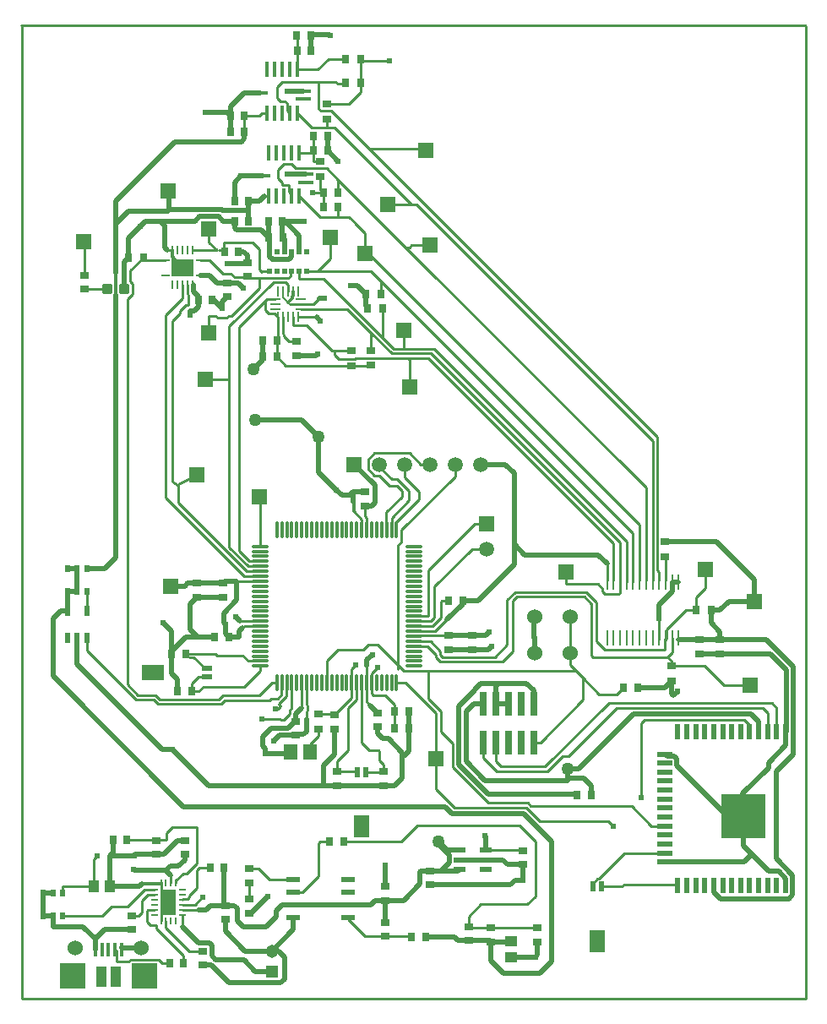
<source format=gtl>
G04 Layer_Physical_Order=1*
G04 Layer_Color=255*
%FSLAX25Y25*%
%MOIN*%
G70*
G01*
G75*
%ADD10R,0.06319X0.01575*%
%ADD11R,0.01378X0.06319*%
%ADD12R,0.02000X0.02752*%
%ADD13R,0.03543X0.02756*%
%ADD14R,0.02756X0.03543*%
%ADD15R,0.17323X0.17323*%
%ADD16R,0.05905X0.01968*%
%ADD17R,0.01968X0.05905*%
%ADD18R,0.03543X0.03150*%
%ADD19R,0.03150X0.03543*%
%ADD20R,0.06000X0.09000*%
%ADD21R,0.02000X0.04000*%
%ADD22R,0.09000X0.06000*%
%ADD23R,0.04000X0.02000*%
%ADD24R,0.00984X0.04134*%
%ADD25R,0.04134X0.00984*%
%ADD26R,0.02165X0.02362*%
%ADD27R,0.08976X0.07008*%
%ADD28R,0.01102X0.03347*%
%ADD29R,0.03347X0.01102*%
%ADD30R,0.02362X0.03937*%
%ADD31R,0.04724X0.02165*%
%ADD32R,0.05709X0.02362*%
%ADD33R,0.02756X0.00984*%
%ADD34R,0.00984X0.02756*%
%ADD35R,0.06496X0.10433*%
%ADD36R,0.00984X0.06102*%
%ADD37O,0.07283X0.01181*%
%ADD38O,0.01181X0.07283*%
%ADD39R,0.05512X0.05905*%
%ADD40R,0.03937X0.07874*%
%ADD41R,0.01575X0.05315*%
%ADD42R,0.02913X0.09449*%
G04:AMPARAMS|DCode=43|XSize=39.37mil|YSize=39.37mil|CornerRadius=5.91mil|HoleSize=0mil|Usage=FLASHONLY|Rotation=90.000|XOffset=0mil|YOffset=0mil|HoleType=Round|Shape=RoundedRectangle|*
%AMROUNDEDRECTD43*
21,1,0.03937,0.02756,0,0,90.0*
21,1,0.02756,0.03937,0,0,90.0*
1,1,0.01181,0.01378,0.01378*
1,1,0.01181,0.01378,-0.01378*
1,1,0.01181,-0.01378,-0.01378*
1,1,0.01181,-0.01378,0.01378*
%
%ADD43ROUNDEDRECTD43*%
%ADD44R,0.05118X0.03937*%
%ADD45R,0.03937X0.05118*%
%ADD46C,0.06000*%
%ADD47C,0.02000*%
%ADD48C,0.01000*%
%ADD49C,0.01200*%
%ADD50C,0.00800*%
%ADD51R,0.05905X0.05905*%
%ADD52C,0.05905*%
%ADD53R,0.09843X0.09843*%
%ADD54R,0.05150X0.05150*%
%ADD55C,0.05150*%
%ADD56R,0.05905X0.05905*%
%ADD57C,0.05000*%
%ADD58C,0.02400*%
%ADD59C,0.01968*%
D10*
X94847Y324411D02*
D03*
X111953Y321950D02*
D03*
Y325100D02*
D03*
X94047Y357211D02*
D03*
X111153Y354750D02*
D03*
Y357900D02*
D03*
D11*
X97495Y316547D02*
D03*
X100447D02*
D03*
X103400D02*
D03*
X106353D02*
D03*
X109306D02*
D03*
X97495Y333653D02*
D03*
X100447D02*
D03*
X103400D02*
D03*
X106353D02*
D03*
X109306D02*
D03*
X96694Y349347D02*
D03*
X99647D02*
D03*
X102600D02*
D03*
X105553D02*
D03*
X108505D02*
D03*
X96694Y366453D02*
D03*
X99647D02*
D03*
X102600D02*
D03*
X105553D02*
D03*
X108505D02*
D03*
D12*
X15940Y41677D02*
D03*
X12200D02*
D03*
X8460D02*
D03*
X15940Y32523D02*
D03*
X12200D02*
D03*
X8460D02*
D03*
X25540Y169677D02*
D03*
X21800D02*
D03*
X18060D02*
D03*
X25540Y160523D02*
D03*
X21800D02*
D03*
X18060D02*
D03*
D13*
X130100Y255453D02*
D03*
Y249547D02*
D03*
X137800Y255653D02*
D03*
Y249747D02*
D03*
X120200Y346947D02*
D03*
Y352853D02*
D03*
X117000Y106147D02*
D03*
Y112053D02*
D03*
X117800Y330140D02*
D03*
Y324235D02*
D03*
X253800Y180053D02*
D03*
Y174147D02*
D03*
X256200Y125347D02*
D03*
Y131253D02*
D03*
D14*
X142353Y272300D02*
D03*
X136447D02*
D03*
X141553Y277900D02*
D03*
X135647D02*
D03*
X124753Y312300D02*
D03*
X118847D02*
D03*
X124753Y317900D02*
D03*
X118847D02*
D03*
X42047Y292300D02*
D03*
X47953D02*
D03*
X127647Y370700D02*
D03*
X133553D02*
D03*
X271953Y153100D02*
D03*
X266047D02*
D03*
X127647Y361100D02*
D03*
X133553D02*
D03*
D15*
X284558Y71935D02*
D03*
D16*
X253826Y53832D02*
D03*
Y57376D02*
D03*
Y60919D02*
D03*
Y64462D02*
D03*
Y68006D02*
D03*
Y71549D02*
D03*
Y75092D02*
D03*
Y78635D02*
D03*
Y82179D02*
D03*
Y85722D02*
D03*
Y89265D02*
D03*
Y92809D02*
D03*
Y96352D02*
D03*
D17*
X301330Y44600D02*
D03*
X297787D02*
D03*
X294243D02*
D03*
X290700D02*
D03*
X287157D02*
D03*
X283613D02*
D03*
X280070D02*
D03*
X276527D02*
D03*
X272984D02*
D03*
X269440D02*
D03*
X265897D02*
D03*
X262353D02*
D03*
X258810D02*
D03*
Y105100D02*
D03*
X262353D02*
D03*
X265897D02*
D03*
X269440D02*
D03*
X272984D02*
D03*
X276527D02*
D03*
X280070D02*
D03*
X283613D02*
D03*
X287157D02*
D03*
X290700D02*
D03*
X294243D02*
D03*
X297787D02*
D03*
X301330D02*
D03*
D18*
X135200Y199856D02*
D03*
Y194344D02*
D03*
X177800Y137544D02*
D03*
Y143056D02*
D03*
X69000Y158344D02*
D03*
Y163856D02*
D03*
X24500Y285356D02*
D03*
Y279844D02*
D03*
X203400Y22344D02*
D03*
Y27856D02*
D03*
X176200Y28300D02*
D03*
Y22788D02*
D03*
X89800Y45544D02*
D03*
Y51056D02*
D03*
X71400Y13188D02*
D03*
Y18700D02*
D03*
X43400Y27144D02*
D03*
Y32656D02*
D03*
X89000Y284744D02*
D03*
Y290256D02*
D03*
X143400Y29900D02*
D03*
Y24388D02*
D03*
X197800Y52744D02*
D03*
Y58256D02*
D03*
X161000Y44744D02*
D03*
Y50256D02*
D03*
X185000Y27856D02*
D03*
Y22344D02*
D03*
X89800Y33544D02*
D03*
Y39056D02*
D03*
X143400Y44212D02*
D03*
Y38700D02*
D03*
X80200Y36656D02*
D03*
Y31144D02*
D03*
X53000Y62256D02*
D03*
Y56744D02*
D03*
X64200Y56744D02*
D03*
Y62256D02*
D03*
X124200Y83944D02*
D03*
Y89456D02*
D03*
X142600Y83944D02*
D03*
Y89456D02*
D03*
X168200Y137544D02*
D03*
Y143056D02*
D03*
X123400Y106344D02*
D03*
Y111856D02*
D03*
X140200Y107144D02*
D03*
Y112656D02*
D03*
X108100Y103744D02*
D03*
Y109256D02*
D03*
X79400Y158344D02*
D03*
Y163856D02*
D03*
X81000Y282256D02*
D03*
Y276744D02*
D03*
X108200Y253544D02*
D03*
Y259056D02*
D03*
X275400Y135944D02*
D03*
Y141456D02*
D03*
X267400Y135944D02*
D03*
Y141456D02*
D03*
D19*
X153800Y24300D02*
D03*
X159312D02*
D03*
X58244Y13900D02*
D03*
X63756D02*
D03*
X126956Y61900D02*
D03*
X121444D02*
D03*
X41356Y62700D02*
D03*
X35844D02*
D03*
X242956Y122700D02*
D03*
X237444D02*
D03*
X79844Y294700D02*
D03*
X85356D02*
D03*
X74244Y51500D02*
D03*
X79756D02*
D03*
X219044Y80300D02*
D03*
X224556D02*
D03*
X59044Y136000D02*
D03*
X64556D02*
D03*
X61444Y121100D02*
D03*
X66956D02*
D03*
X173956Y157000D02*
D03*
X168444D02*
D03*
X152556Y106700D02*
D03*
X147044D02*
D03*
X152556Y113100D02*
D03*
X147044D02*
D03*
X76144Y142400D02*
D03*
X81656D02*
D03*
X75056Y275600D02*
D03*
X69544D02*
D03*
X95044Y253100D02*
D03*
X100556D02*
D03*
X95044Y259500D02*
D03*
X100556D02*
D03*
X97444Y300100D02*
D03*
X102956D02*
D03*
X97244Y306500D02*
D03*
X102756D02*
D03*
X120556Y334700D02*
D03*
X115044D02*
D03*
X120556Y340300D02*
D03*
X115044D02*
D03*
X83844Y314700D02*
D03*
X89356D02*
D03*
X83844Y306700D02*
D03*
X89356D02*
D03*
X114156Y373900D02*
D03*
X108644D02*
D03*
X113856Y380000D02*
D03*
X108344D02*
D03*
X82244Y341900D02*
D03*
X87756D02*
D03*
X82244Y348300D02*
D03*
X87756D02*
D03*
D20*
X226900Y22600D02*
D03*
X133900Y67800D02*
D03*
D21*
X225200Y44100D02*
D03*
X228600D02*
D03*
X132200Y89300D02*
D03*
X135600D02*
D03*
D22*
X51600Y128500D02*
D03*
D23*
X73100Y130200D02*
D03*
Y126800D02*
D03*
D24*
X101063Y268782D02*
D03*
X103032D02*
D03*
X105000D02*
D03*
X106968D02*
D03*
X108937D02*
D03*
Y279018D02*
D03*
X106968D02*
D03*
X105000D02*
D03*
X103032D02*
D03*
X101063D02*
D03*
D25*
X110118Y271932D02*
D03*
Y273900D02*
D03*
Y275869D02*
D03*
X99882D02*
D03*
Y273900D02*
D03*
Y271932D02*
D03*
D26*
X97618Y294637D02*
D03*
X100571D02*
D03*
X103524D02*
D03*
X106476D02*
D03*
X109429D02*
D03*
X112382D02*
D03*
Y286763D02*
D03*
X109429D02*
D03*
X106476D02*
D03*
X103524D02*
D03*
X100571D02*
D03*
X97618D02*
D03*
D27*
X63400Y288300D02*
D03*
D28*
X67337Y281509D02*
D03*
X65368D02*
D03*
X63400D02*
D03*
X61431D02*
D03*
X59463D02*
D03*
Y295091D02*
D03*
X61431D02*
D03*
X63400D02*
D03*
X65368D02*
D03*
X67337D02*
D03*
D29*
X56609Y285347D02*
D03*
Y291253D02*
D03*
X70191D02*
D03*
Y285347D02*
D03*
D30*
X18060Y152913D02*
D03*
X25540D02*
D03*
Y142087D02*
D03*
X21800D02*
D03*
X18060D02*
D03*
D31*
X182919Y58440D02*
D03*
Y50960D02*
D03*
X172681D02*
D03*
Y54700D02*
D03*
Y58440D02*
D03*
D32*
X128528Y32000D02*
D03*
Y37000D02*
D03*
Y42000D02*
D03*
Y47000D02*
D03*
X107072Y32000D02*
D03*
Y37000D02*
D03*
Y42000D02*
D03*
Y47000D02*
D03*
D33*
X52288Y42821D02*
D03*
Y40853D02*
D03*
Y38884D02*
D03*
Y36916D02*
D03*
Y34947D02*
D03*
Y32979D02*
D03*
X63312D02*
D03*
Y34947D02*
D03*
Y36916D02*
D03*
Y38884D02*
D03*
Y40853D02*
D03*
Y42821D02*
D03*
D34*
X54847Y30420D02*
D03*
X56816D02*
D03*
X58784D02*
D03*
X60753D02*
D03*
Y45380D02*
D03*
X58784D02*
D03*
X56816D02*
D03*
X54847D02*
D03*
D35*
X57800Y37900D02*
D03*
D36*
X230925Y142076D02*
D03*
X233484D02*
D03*
X236043D02*
D03*
X238602D02*
D03*
X241161D02*
D03*
X243721D02*
D03*
X246280D02*
D03*
X248839D02*
D03*
X251398D02*
D03*
X253957D02*
D03*
X256516D02*
D03*
X259075D02*
D03*
X230925Y164124D02*
D03*
X233484D02*
D03*
X236043D02*
D03*
X238602D02*
D03*
X241161D02*
D03*
X243721D02*
D03*
X246280D02*
D03*
X248839D02*
D03*
X251398D02*
D03*
X253957D02*
D03*
X256516D02*
D03*
X259075D02*
D03*
D37*
X93885Y178322D02*
D03*
Y176354D02*
D03*
Y174385D02*
D03*
Y172416D02*
D03*
Y170448D02*
D03*
Y168480D02*
D03*
Y166511D02*
D03*
Y164542D02*
D03*
Y162574D02*
D03*
Y160606D02*
D03*
Y158637D02*
D03*
Y156668D02*
D03*
Y154700D02*
D03*
Y152732D02*
D03*
Y150763D02*
D03*
Y148794D02*
D03*
Y146826D02*
D03*
Y144858D02*
D03*
Y142889D02*
D03*
Y140920D02*
D03*
Y138952D02*
D03*
Y136984D02*
D03*
Y135015D02*
D03*
Y133046D02*
D03*
Y131078D02*
D03*
X154515D02*
D03*
Y133046D02*
D03*
Y135015D02*
D03*
Y136984D02*
D03*
Y138952D02*
D03*
Y140920D02*
D03*
Y142889D02*
D03*
Y144858D02*
D03*
Y146826D02*
D03*
Y148794D02*
D03*
Y150763D02*
D03*
Y152732D02*
D03*
Y154700D02*
D03*
Y156668D02*
D03*
Y158637D02*
D03*
Y160606D02*
D03*
Y162574D02*
D03*
Y164542D02*
D03*
Y166511D02*
D03*
Y168480D02*
D03*
Y170448D02*
D03*
Y172416D02*
D03*
Y174385D02*
D03*
Y176354D02*
D03*
Y178322D02*
D03*
D38*
X100578Y124385D02*
D03*
X102547D02*
D03*
X104515D02*
D03*
X106483D02*
D03*
X108452D02*
D03*
X110421D02*
D03*
X112389D02*
D03*
X114357D02*
D03*
X116326D02*
D03*
X118295D02*
D03*
X120263D02*
D03*
X122231D02*
D03*
X124200D02*
D03*
X126169D02*
D03*
X128137D02*
D03*
X130105D02*
D03*
X132074D02*
D03*
X134043D02*
D03*
X136011D02*
D03*
X137979D02*
D03*
X139948D02*
D03*
X141917D02*
D03*
X143885D02*
D03*
X145853D02*
D03*
X147822D02*
D03*
Y185015D02*
D03*
X145853D02*
D03*
X143885D02*
D03*
X141917D02*
D03*
X139948D02*
D03*
X137979D02*
D03*
X136011D02*
D03*
X134043D02*
D03*
X132074D02*
D03*
X130105D02*
D03*
X128137D02*
D03*
X126169D02*
D03*
X124200D02*
D03*
X122231D02*
D03*
X120263D02*
D03*
X118295D02*
D03*
X116326D02*
D03*
X114357D02*
D03*
X112389D02*
D03*
X110421D02*
D03*
X108452D02*
D03*
X106483D02*
D03*
X104515D02*
D03*
X102547D02*
D03*
X100578D02*
D03*
D39*
X113737Y97100D02*
D03*
X105863D02*
D03*
D40*
X37100Y8400D02*
D03*
X31194D02*
D03*
D41*
X39265Y19325D02*
D03*
X36706D02*
D03*
X34147D02*
D03*
X31588D02*
D03*
X29029D02*
D03*
D42*
X181900Y101000D02*
D03*
X186900D02*
D03*
X191900D02*
D03*
X196900D02*
D03*
X201900D02*
D03*
X201896Y116331D02*
D03*
X196896D02*
D03*
X191896D02*
D03*
X186896D02*
D03*
X181896D02*
D03*
D43*
X40453Y279900D02*
D03*
X33547D02*
D03*
D44*
X193000Y22650D02*
D03*
Y16350D02*
D03*
D45*
X28250Y44300D02*
D03*
X34550D02*
D03*
D46*
X202420Y136130D02*
D03*
Y150700D02*
D03*
X216200Y136130D02*
D03*
Y150700D02*
D03*
X47139Y19817D02*
D03*
X21155D02*
D03*
D47*
X202141Y149062D02*
X203100Y150021D01*
X114156Y373900D02*
Y380300D01*
X287232Y77800D02*
X289016Y76016D01*
X287232Y77800D02*
X290800D01*
X278243Y71935D02*
X284558D01*
Y60242D02*
Y71935D01*
X106406Y292710D02*
Y294637D01*
X97689Y292710D02*
Y294637D01*
X110200Y228300D02*
X116900Y221600D01*
X88447Y289900D02*
X89000Y290453D01*
X67720Y278920D02*
Y281509D01*
X66300Y271244D02*
X67944D01*
X56816Y50516D02*
X58784Y48547D01*
X80200Y36656D02*
X83756D01*
X74378D02*
X80200D01*
X259105Y141456D02*
X267400D01*
X259075Y141486D02*
X259105Y141456D01*
X164200Y61900D02*
X167660Y58440D01*
X172681D01*
X165275Y50256D02*
X171977D01*
X161000D02*
X165275D01*
X168519Y53500D01*
Y56521D01*
X164200Y60840D02*
X168519Y56521D01*
X164200Y60840D02*
Y61900D01*
X150600Y95600D02*
X152556Y97556D01*
X144641Y102459D02*
X150100Y97000D01*
X142400Y102459D02*
X144641D01*
X150100Y86900D02*
Y97000D01*
X147144Y83944D02*
X150100Y86900D01*
X152556Y97556D02*
Y106700D01*
X12200Y127200D02*
Y149900D01*
X190000Y9900D02*
X204200D01*
X185000Y14900D02*
X190000Y9900D01*
X185000Y14900D02*
Y22344D01*
X130800Y195900D02*
Y200000D01*
X91900Y228300D02*
X110200D01*
X46447Y44300D02*
X47269Y45121D01*
X34550Y44300D02*
X46447D01*
X117200Y276200D02*
X119400D01*
X63100Y288600D02*
X63400Y288300D01*
X85553Y294700D02*
X87400D01*
X136011Y133511D02*
X138200Y135700D01*
X117000Y207700D02*
Y221700D01*
X75700Y275600D02*
X79000Y272300D01*
X75056Y275600D02*
X75700D01*
X69544Y272844D02*
Y275600D01*
Y276993D01*
X67668Y278869D02*
X69544Y276993D01*
X91300Y248100D02*
X95044Y251844D01*
Y253100D01*
X116900Y221600D02*
X117000Y221700D01*
X119100Y84700D02*
Y91755D01*
Y84700D02*
X119856Y83944D01*
X81656Y142400D02*
X85800D01*
Y144900D01*
X131000Y210700D02*
X139300Y202400D01*
Y195500D02*
Y202400D01*
X138144Y194344D02*
X139300Y195500D01*
X135200Y194344D02*
X138144D01*
X135056Y200000D02*
X135200Y199856D01*
X130800Y200000D02*
X135056D01*
X96000Y96600D02*
Y98577D01*
X95000Y99577D02*
X96000Y98577D01*
X95000Y99577D02*
Y103223D01*
X98322Y106544D01*
X105008D01*
X107720Y109256D01*
X108100D01*
X177800Y143056D02*
X182956D01*
X184300Y144400D01*
X136011Y131100D02*
Y133511D01*
X56816Y50516D02*
X58600Y52300D01*
X105363Y96600D02*
X105863Y97100D01*
X96000Y96600D02*
X105363D01*
X79500Y148200D02*
Y151900D01*
Y148200D02*
X80200Y147500D01*
X79500Y151900D02*
X84800Y157200D01*
Y164600D01*
X69300Y142500D02*
X75600D01*
X64600D02*
X69300D01*
X84400Y150500D02*
X86106Y148794D01*
X80200Y143856D02*
Y147500D01*
Y143856D02*
X81656Y142400D01*
X256200Y120300D02*
Y125347D01*
X253553Y122700D02*
X256200Y125347D01*
X242956Y122700D02*
X253553D01*
X289000Y156700D02*
Y165200D01*
X274147Y180053D02*
X289000Y165200D01*
X253800Y180053D02*
X274147D01*
X275400Y141456D02*
X293804D01*
X271953Y148047D02*
Y153100D01*
Y148047D02*
X275400Y144600D01*
Y141456D02*
Y144600D01*
X271953Y153100D02*
X275300D01*
X278900Y156700D01*
X289000D01*
X194200Y179100D02*
Y207200D01*
Y171200D02*
Y179100D01*
X198300Y175000D01*
X227400D01*
X230925Y171475D01*
X120556Y334544D02*
X124800Y330300D01*
X120556Y334700D02*
Y340300D01*
X90444Y33544D02*
X97100Y40200D01*
X89800Y33544D02*
X90444D01*
X60500Y306700D02*
X68266D01*
X60447Y306647D02*
X60500Y306700D01*
X99400Y101400D02*
X101744Y103744D01*
X108100D01*
Y112200D02*
X110421Y114521D01*
X108100Y109256D02*
Y112200D01*
X202141Y142900D02*
Y149062D01*
Y142900D02*
X202420Y142621D01*
Y150700D02*
X203100Y150021D01*
X202420Y136130D02*
Y142621D01*
X251400Y155300D02*
X256643Y160543D01*
X251400Y149800D02*
Y155300D01*
X79000Y274744D02*
X81000Y276744D01*
X79000Y272300D02*
Y274744D01*
X104800Y325200D02*
X104900Y325100D01*
X111953D01*
X182919Y58440D02*
Y63881D01*
X182600Y64200D02*
X182919Y63881D01*
X143400Y44212D02*
Y52500D01*
X98600Y18574D02*
X107072Y27046D01*
Y32000D01*
X98600Y18574D02*
X101226D01*
X103500Y16300D01*
Y7622D02*
Y16300D01*
X102003Y6125D02*
X103500Y7622D01*
X71400Y13188D02*
X74512D01*
X81575Y6125D01*
X102003D01*
X80200Y26500D02*
Y31144D01*
Y26500D02*
X88126Y18574D01*
X98600D01*
X103900Y306500D02*
X111400D01*
X111400Y306500D01*
X109429Y294637D02*
Y300971D01*
X103900Y306500D02*
X109429Y300971D01*
X102956Y300100D02*
X103524Y299532D01*
Y294637D02*
Y299532D01*
X102756Y300300D02*
X102956Y300100D01*
X102756Y300300D02*
Y306500D01*
X97618Y294637D02*
X97689D01*
Y292710D02*
X98500Y291899D01*
Y291656D02*
Y291899D01*
Y291656D02*
X105352D01*
X106406Y294637D02*
X106476D01*
X105352Y291656D02*
X106406Y292710D01*
X97244Y300300D02*
X97444Y300100D01*
X94416Y303128D02*
X97244Y300300D01*
X84572Y303128D02*
X94416D01*
X83844Y303856D02*
X84572Y303128D01*
X83844Y303856D02*
Y306700D01*
X97244Y300300D02*
Y306500D01*
X97444Y300100D02*
X97618Y299926D01*
Y294637D02*
Y299926D01*
X117000Y207700D02*
X124100Y200600D01*
X129200Y198400D02*
X130800Y200000D01*
X126300Y198400D02*
X129200D01*
X124100Y200600D02*
X126300Y198400D01*
X167700Y149400D02*
X173956Y155656D01*
Y157000D01*
X180000D01*
X194200Y171200D01*
X190700Y210700D02*
X194200Y207200D01*
X181000Y210700D02*
X190700D01*
X137200Y115656D02*
X140200Y112656D01*
X79400Y163856D02*
X80144Y164600D01*
X84800D01*
X111144Y104144D02*
X112300Y105300D01*
Y110100D01*
X109300Y104144D02*
X111144D01*
X59044Y136944D02*
X64600Y142500D01*
X168200Y137544D02*
X177800D01*
X183944D02*
X185200Y138800D01*
X177800Y137544D02*
X183944D01*
X115944Y253544D02*
X116700Y254300D01*
X108200Y253544D02*
X115944D01*
X116218Y268782D02*
X117700Y267300D01*
X83844Y314700D02*
Y322044D01*
X86200Y324400D01*
X94836D02*
X94847Y324411D01*
X86200Y324400D02*
X94836D01*
X80844Y349700D02*
X82244Y348300D01*
X72200Y349700D02*
X80844D01*
X82244Y341900D02*
Y348300D01*
Y351944D01*
X87511Y357211D01*
X94047D01*
X121200Y380300D02*
X121600Y379900D01*
X114156Y380300D02*
X121200D01*
X111053Y357800D02*
X111153Y357900D01*
X104800Y357800D02*
X111053D01*
X40453Y290706D02*
X42047Y292300D01*
Y299947D01*
X46700Y304600D01*
X48800Y306700D01*
X68266D02*
X70019Y308453D01*
X77581D01*
X79334Y306700D01*
X83844D01*
X287232Y74232D02*
X289016Y76016D01*
X275400Y135944D02*
X295356D01*
X267400D02*
X275400D01*
X267400Y141456D02*
X275400D01*
X218944Y80400D02*
X219044Y80300D01*
X211700Y80400D02*
X218944D01*
X61444Y121100D02*
Y125956D01*
X59044Y128356D02*
X61444Y125956D01*
X59044Y136944D02*
Y144956D01*
X55700Y148300D02*
X59044Y144956D01*
X69000Y158344D02*
X79400D01*
X59200Y98300D02*
X73556Y83944D01*
X119856D01*
X55300Y98300D02*
X59200D01*
X21800Y131800D02*
X55300Y98300D01*
X21800Y131800D02*
Y142087D01*
X119856Y83944D02*
X124200D01*
X119100Y91755D02*
X123400Y96055D01*
Y106344D01*
X124200Y83944D02*
X142600D01*
X140200Y104659D02*
X142400Y102459D01*
X140200Y104659D02*
Y107144D01*
X142600Y83944D02*
X147144D01*
X152556Y106700D02*
Y113100D01*
X53000Y56744D02*
X55844D01*
X44644D02*
X53000D01*
X61356Y62256D02*
X64200D01*
X55844Y56744D02*
X61356Y62256D01*
X34550Y56250D02*
X44150D01*
X35844Y57544D02*
Y62700D01*
X34550Y56250D02*
X35844Y57544D01*
X34550Y44300D02*
Y56250D01*
X194600Y46700D02*
X197800D01*
X192644Y44744D02*
X194600Y46700D01*
X161000Y44744D02*
X192644D01*
X197800Y46700D02*
Y52744D01*
X191756D02*
X197800D01*
X189800Y54700D02*
X191756Y52744D01*
X172681Y54700D02*
X189800D01*
X209000Y14700D02*
Y61900D01*
X204200Y9900D02*
X209000Y14700D01*
X202550Y16350D02*
X202600Y16300D01*
X193000Y16350D02*
X202550D01*
X202600Y16300D02*
X203400Y17100D01*
Y22344D01*
X129800Y281100D02*
X132447D01*
X135647Y277900D01*
Y273100D02*
Y277900D01*
Y273100D02*
X136447Y272300D01*
X85453Y282247D02*
X87400Y280300D01*
X81009Y282247D02*
X85453D01*
X81000Y282256D02*
X81009Y282247D01*
X81000Y289900D02*
X88447D01*
X87400Y294700D02*
X89000Y293100D01*
Y290453D02*
Y293100D01*
X18060Y169677D02*
X21800D01*
Y160523D02*
Y169677D01*
X18060Y160523D02*
X21800D01*
X18060Y152913D02*
Y160523D01*
X103524Y294637D02*
X103594D01*
X79950Y282505D02*
X80200Y282256D01*
X65356Y163856D02*
X69000D01*
X64200Y162700D02*
X65356Y163856D01*
X58600Y162700D02*
X64200D01*
X69000Y163856D02*
X79400D01*
X168200Y143056D02*
X177800D01*
X182800Y85900D02*
X215400D01*
X224556Y80300D02*
Y83944D01*
X87400Y28300D02*
X96200D01*
X85000Y30700D02*
X87400Y28300D01*
X96200D02*
X100200Y32300D01*
X85000Y30700D02*
Y35412D01*
X83756Y36656D02*
X85000Y35412D01*
X100200Y32300D02*
Y34700D01*
X64200Y54700D02*
Y56744D01*
X61800Y52300D02*
X64200Y54700D01*
X58600Y52300D02*
X61800D01*
X192694Y22344D02*
X193000Y22650D01*
X185000Y22344D02*
X192694D01*
X184556Y22788D02*
X185000Y22344D01*
X176200Y22788D02*
X184556D01*
X172112D02*
X176200D01*
X170600Y24300D02*
X172112Y22788D01*
X159312Y24300D02*
X170600D01*
X102500Y37000D02*
X107072D01*
X100200Y34700D02*
X102500Y37000D01*
X107072D02*
X128528D01*
X139400Y38700D02*
X143400D01*
X137700Y37000D02*
X139400Y38700D01*
X128528Y37000D02*
X137700D01*
X157356Y50256D02*
X161000D01*
X157000Y49900D02*
X157356Y50256D01*
X157000Y45100D02*
Y49900D01*
X150600Y38700D02*
X157000Y45100D01*
X143400Y38700D02*
X150600D01*
X171977Y50256D02*
X172681Y50960D01*
X15213Y152913D02*
X18060D01*
X12200Y149900D02*
X15213Y152913D01*
X143400Y29900D02*
Y38700D01*
X256516Y164124D02*
X256643Y163997D01*
X48800Y306700D02*
X54650D01*
X60500D01*
X54650D02*
X56409Y304941D01*
Y296091D02*
Y304941D01*
X66300Y269700D02*
Y271244D01*
X67944D02*
X69544Y272844D01*
X67668Y278869D02*
X67720Y278920D01*
X70191Y285347D02*
X73853D01*
X76944Y282256D01*
X80200D01*
X72723Y35000D02*
X74378Y36656D01*
X69600Y35000D02*
X72723D01*
X44000Y50800D02*
X44284Y50516D01*
X56816D01*
X85800Y144900D02*
X87050Y146150D01*
X175300Y113200D02*
X178431Y116331D01*
X175300Y93400D02*
Y113200D01*
Y93400D02*
X182800Y85900D01*
X199100Y124300D02*
X201896Y121504D01*
X187900Y124300D02*
X199100D01*
X186896Y123296D02*
X187900Y124300D01*
X181139D02*
X187900D01*
X178639Y121801D02*
X181139Y124300D01*
X178639Y121539D02*
Y121801D01*
X172200Y115100D02*
X178639Y121539D01*
X172200Y92200D02*
Y115100D01*
Y92200D02*
X184000Y80400D01*
X211700D01*
X201896Y116331D02*
Y121504D01*
X186896Y116331D02*
Y123296D01*
Y116331D02*
X191896D01*
X178431D02*
X181896D01*
X295356Y135944D02*
X301600Y129700D01*
X301330Y105100D02*
X301600Y105370D01*
X286800Y77800D02*
X287232D01*
X286800D02*
Y78232D01*
X294604Y91004D02*
Y93004D01*
X286800Y78232D02*
X287232Y77800D01*
X294700Y50100D02*
X298592D01*
X301330Y47363D01*
X256200Y120300D02*
X257100Y119400D01*
X287600Y112300D02*
X290700Y109200D01*
X241300Y112300D02*
X287600D01*
X215400Y90700D02*
X219700D01*
X257100Y119400D02*
X258700Y121000D01*
Y121100D01*
X219700Y90700D02*
X241300Y112300D01*
X297500Y55152D02*
Y89400D01*
Y55152D02*
X304130Y48522D01*
Y40830D02*
Y48522D01*
X302600Y39300D02*
X304130Y40830D01*
X275521Y39300D02*
X302600D01*
X272984Y41837D02*
X275521Y39300D01*
X272984Y41837D02*
Y44600D01*
X253826Y53832D02*
X285032D01*
X288000Y56800D01*
X284558Y60242D02*
X288000Y56800D01*
X294700Y50100D01*
X290700Y105100D02*
Y109200D01*
X301600Y105370D02*
Y129700D01*
X301330Y44600D02*
Y47363D01*
X284316Y80716D02*
X286800Y78232D01*
X284316Y80716D02*
X294604Y91004D01*
X253826Y96352D02*
X254710Y95468D01*
X257473D01*
X258454Y94487D01*
Y91724D02*
Y94487D01*
Y91724D02*
X278243Y71935D01*
X289900Y76900D02*
X290800Y77800D01*
X289900Y76600D02*
Y76900D01*
X289016Y76016D02*
X289600Y76600D01*
X289900D01*
X294604Y93004D02*
X301330Y99730D01*
Y105100D01*
X293804Y141456D02*
X304400Y130860D01*
X297500Y89400D02*
X304400Y96300D01*
Y130860D01*
X12200Y28300D02*
Y32523D01*
X8460D02*
X12200D01*
X8460D02*
Y41677D01*
X12200D01*
X63312Y28188D02*
X69550Y21950D01*
X73865D01*
X74847Y20969D01*
Y16813D02*
Y20969D01*
Y16813D02*
X76460Y15200D01*
X87500D01*
X92000Y10700D01*
X98600D01*
X87756Y339056D02*
Y341900D01*
X37000Y314700D02*
X60200Y337900D01*
X40453Y279900D02*
Y290706D01*
X37000Y286100D02*
X37000Y286100D01*
X25540Y169677D02*
X32777D01*
X37000Y173900D01*
Y277393D01*
X66300Y145500D02*
X69300Y142500D01*
X66300Y145500D02*
Y155644D01*
X69000Y158344D01*
X12200Y127200D02*
X63800Y75600D01*
X167147D01*
X169747Y73000D01*
X197900D01*
X209000Y61900D01*
X59044Y128356D02*
Y136000D01*
Y136944D01*
X79756Y37100D02*
Y51500D01*
Y37100D02*
X80200Y36656D01*
X32743Y27144D02*
X43400D01*
X29029Y23430D02*
X32743Y27144D01*
X46647Y19325D02*
X47139Y19817D01*
X29029Y19325D02*
Y23430D01*
X12200Y28300D02*
X24159D01*
X29029Y23430D01*
X39757Y19817D02*
X47139D01*
X39603Y19662D02*
Y19681D01*
X39169Y20115D02*
X39603Y19681D01*
X39169Y20115D02*
Y20355D01*
X39603Y19662D02*
X39757Y19817D01*
X44150Y56250D02*
X44200Y56300D01*
X44644Y56744D01*
X120556Y334544D02*
Y334700D01*
X60200Y337900D02*
X86600D01*
X87756Y339056D01*
X42000Y310700D02*
X57800D01*
X37000Y305700D02*
X42000Y310700D01*
X37000Y286100D02*
Y314700D01*
X58353Y311253D02*
X78741D01*
X79241Y310753D01*
X89303D01*
X57853D02*
X58353Y311253D01*
X57853Y310753D02*
Y318647D01*
X57800Y318700D02*
X57853Y318647D01*
X57800Y310700D02*
Y310753D01*
X89303D02*
Y314647D01*
X89356Y314700D01*
X89303Y306753D02*
Y310753D01*
Y306753D02*
X89356Y306700D01*
Y314700D02*
X93800D01*
X95647Y316547D01*
X102756Y306500D02*
X103900D01*
X56409Y296091D02*
X57409Y295091D01*
X95044Y253100D02*
Y259500D01*
X256516Y164124D02*
X259075D01*
X256643Y160543D02*
Y163997D01*
X215400Y86900D02*
Y90700D01*
Y86900D02*
X221600D01*
X224556Y83944D01*
D48*
X41356Y62700D02*
X57000D01*
X79647Y294700D02*
Y298147D01*
X102469Y119714D02*
Y124385D01*
X253957Y173504D02*
X254600Y174147D01*
X235908Y163900D02*
Y179792D01*
X197184Y58440D02*
X197800Y59056D01*
X108644Y373900D02*
Y380300D01*
X93885Y197185D02*
X94600Y197900D01*
X254330Y141859D02*
Y145542D01*
X253957Y141486D02*
X254330Y141859D01*
X83894Y284547D02*
X89000D01*
X69547Y34947D02*
X69600Y35000D01*
X63312Y34947D02*
X69547D01*
X54847Y40853D02*
X57800Y37900D01*
X54847Y40853D02*
Y45380D01*
Y34947D02*
X57800Y37900D01*
X54847Y30420D02*
Y34947D01*
X58784Y45380D02*
Y48547D01*
X251400Y142079D02*
Y149800D01*
X251398Y142076D02*
X251400Y142079D01*
X112389Y115805D02*
X112721Y115473D01*
Y113568D02*
Y115473D01*
X112389Y113236D02*
X112721Y113568D01*
X112389Y110189D02*
Y113236D01*
X112300Y110100D02*
X112389Y110189D01*
X154515Y142889D02*
X154682Y143056D01*
X168200D01*
X182919Y58440D02*
X197184D01*
X135200Y190346D02*
X136011Y189535D01*
Y185015D02*
Y189535D01*
X130900Y192100D02*
X134043Y188958D01*
Y185015D02*
Y188958D01*
X129100Y308300D02*
X131500Y305900D01*
X125000Y308300D02*
X129100D01*
X135400Y293900D02*
Y301900D01*
X131400Y305900D02*
X135400Y301900D01*
X131400Y305900D02*
X131500D01*
X153800Y313100D02*
X155500D01*
X144200D02*
X153800D01*
X248839Y164714D02*
Y219761D01*
X155500Y313100D02*
X248839Y219761D01*
X153800Y297100D02*
X161000D01*
X151400Y296300D02*
X246280Y201420D01*
X253957Y164714D02*
Y173504D01*
X243721Y164714D02*
Y186779D01*
X250728Y169031D02*
Y221407D01*
Y169031D02*
X251398Y168361D01*
Y164714D02*
Y168361D01*
X151400Y296300D02*
X153000D01*
X246280Y164714D02*
Y201420D01*
X136600Y293900D02*
X243721Y186779D01*
X135400Y293900D02*
X136600D01*
X120263Y124385D02*
Y133163D01*
X124700Y137600D01*
X134585D01*
X221250Y126450D02*
X227800Y119900D01*
X218513Y129187D02*
X221250Y126450D01*
Y117750D02*
Y126450D01*
X204500Y101000D02*
X221250Y117750D01*
X227800Y119900D02*
X234644D01*
X237444Y122700D01*
X161200Y254500D02*
X235908Y179792D01*
X238602Y164124D02*
Y180298D01*
X162600Y256300D02*
X238602Y180298D01*
X241100Y167839D02*
Y183400D01*
Y167839D02*
X241161D01*
Y164124D02*
Y167839D01*
X141553Y282947D02*
X241100Y183400D01*
X135200Y190346D02*
Y194344D01*
X61716Y195478D02*
Y202843D01*
Y195478D02*
X88637Y168558D01*
X56805Y197550D02*
Y269706D01*
Y197550D02*
X87767Y166589D01*
X93807D01*
X123450Y253950D02*
Y255102D01*
Y253950D02*
X125100Y252300D01*
X131800D01*
X112382Y286763D02*
X116563D01*
X121800Y292000D01*
Y300300D01*
X133553Y357453D02*
Y361100D01*
X128953Y352853D02*
X133553Y357453D01*
X120200Y352853D02*
X128953D01*
X109429Y283871D02*
X119029D01*
X105145Y284282D02*
X105906Y285044D01*
X93800Y284282D02*
X105145D01*
X105906Y285044D02*
Y286193D01*
X93800Y280300D02*
Y284282D01*
X82800Y269300D02*
X93800Y280300D01*
X99182Y282482D02*
X104109D01*
X105000Y281591D01*
X81800Y265100D02*
X99182Y282482D01*
X119029Y283871D02*
X142353Y260547D01*
X105700Y273900D02*
X110118D01*
X140268Y139600D02*
X148200Y131668D01*
X136585Y139600D02*
X140268D01*
X134585Y137600D02*
X136585Y139600D01*
X137979Y124385D02*
X138057Y124463D01*
Y128219D01*
X140300Y130462D01*
Y130500D01*
X130105Y129878D02*
X131811Y131584D01*
X130105Y124385D02*
Y129878D01*
X93807Y172494D02*
X93885Y172416D01*
X89806Y172494D02*
X93807D01*
X136011Y116989D02*
Y124385D01*
X85800Y176500D02*
X89806Y172494D01*
X85800Y176500D02*
Y265037D01*
X114900Y273900D02*
X117200Y276200D01*
X110118Y273900D02*
X114900D01*
X136547Y208856D02*
X139156Y206247D01*
X141053D01*
X136547Y208856D02*
Y212544D01*
X141053Y206247D02*
X144933Y202367D01*
X147887D01*
X143807Y185093D02*
Y191807D01*
X149900Y197900D01*
Y200354D01*
X147887Y202367D02*
X149900Y200354D01*
X145853Y185015D02*
Y189553D01*
X152700Y196400D01*
Y200100D01*
X147953Y204847D02*
X152700Y200100D01*
X145853Y204847D02*
X147953D01*
X141000Y209700D02*
X145853Y204847D01*
X141000Y209700D02*
Y210700D01*
X151000Y205500D02*
X156600Y199900D01*
Y196800D02*
Y199900D01*
X147822Y188022D02*
X156600Y196800D01*
X147822Y185015D02*
Y188022D01*
X94800Y110100D02*
X102000D01*
X102100Y110000D01*
X99900Y114300D02*
X101052D01*
X100955Y118200D02*
X102469Y119714D01*
X98285Y118200D02*
X100955D01*
X102100Y110000D02*
X103415D01*
X136011Y124385D02*
Y131100D01*
X148200Y131668D02*
X150681Y129187D01*
X148200Y131668D02*
Y178561D01*
Y129963D02*
Y131668D01*
X93885Y178322D02*
Y197185D01*
X154515Y144858D02*
X163157D01*
X154515Y146826D02*
X161872D01*
X154515Y140920D02*
X161179D01*
X253583Y141683D02*
X253800Y141900D01*
X154515Y150763D02*
X160263D01*
X147822Y124385D02*
X151485D01*
X154515Y138952D02*
X159948D01*
X154515Y148794D02*
X161294D01*
X15940Y32523D02*
X31623D01*
X89214Y170526D02*
X93807D01*
X93885Y170448D01*
X93885D02*
X93885D01*
X81800Y177940D02*
X89214Y170526D01*
X230925Y164714D02*
Y171475D01*
X97785Y117700D02*
X98285Y118200D01*
X79988Y117700D02*
X97785D01*
X101052Y114300D02*
X102100Y115348D01*
X101374Y116074D02*
X102100Y115348D01*
X106483Y114383D02*
Y124385D01*
X105700Y113600D02*
X106483Y114383D01*
X105700Y112285D02*
Y113600D01*
X103415Y110000D02*
X105700Y112285D01*
X101374Y116074D02*
X104437Y119137D01*
X112389Y115805D02*
Y124385D01*
X81515Y269300D02*
X82800D01*
X80615Y268400D02*
X81515Y269300D01*
X77385Y268400D02*
X80615D01*
X76485Y269300D02*
X77385Y268400D01*
X73800Y269300D02*
X76485D01*
X73800Y262700D02*
Y269300D01*
X117800Y318947D02*
X118847Y317900D01*
X118847Y317900D01*
X114600Y317900D02*
X118847D01*
X108053Y327462D02*
X120238D01*
X106415Y329100D02*
X108053Y327462D01*
X103185Y329100D02*
X106415D01*
X100900Y326815D02*
X103185Y329100D01*
X100900Y323585D02*
Y326815D01*
Y323585D02*
X102594Y321891D01*
Y321006D02*
Y321891D01*
Y321006D02*
X105389D01*
Y318211D02*
Y321006D01*
Y318211D02*
X106353Y317247D01*
Y316547D02*
Y317247D01*
X109306Y333653D02*
X114797D01*
X109306Y316547D02*
X117552Y308300D01*
X196400Y68100D02*
X202600Y61900D01*
X149800Y61900D02*
X156000Y68100D01*
X196400D01*
X93800Y287500D02*
Y295500D01*
X91153Y298147D02*
X93800Y295500D01*
Y287500D02*
X94600Y286700D01*
X136011Y116989D02*
X137200Y115800D01*
X134043Y100857D02*
Y124385D01*
Y100857D02*
X137000Y97900D01*
X86106Y148794D02*
X93885D01*
X87726Y146826D02*
X93885D01*
X84800Y164600D02*
X93885Y164542D01*
X110421Y114521D02*
Y124385D01*
X131996Y124307D02*
X132074Y124385D01*
X104437Y124307D02*
X104515Y124385D01*
X98685D02*
X100578D01*
X89214Y133124D02*
X93807D01*
X88637Y168558D02*
X93807D01*
X163157Y144858D02*
X167700Y149400D01*
X165700Y157000D02*
X168444D01*
X165400Y156700D02*
X165700Y157000D01*
X165400Y150354D02*
Y156700D01*
X161872Y146826D02*
X165400Y150354D01*
X162593Y150093D02*
Y162393D01*
X161294Y148794D02*
X162593Y150093D01*
X160263Y150763D02*
Y168763D01*
X177500Y177300D02*
X183400D01*
X162593Y162393D02*
X177500Y177300D01*
X178800Y187300D02*
X183400D01*
X160263Y168763D02*
X178800Y187300D01*
X191400Y139400D02*
Y157100D01*
X186669Y134669D02*
X191400Y139400D01*
X165890Y134669D02*
X186669D01*
X193595Y136795D02*
Y156750D01*
X189669Y132869D02*
X193595Y136795D01*
X165144Y132869D02*
X189669D01*
X171000Y206000D02*
Y210700D01*
X149713Y184713D02*
X171000Y206000D01*
X149713Y180073D02*
Y184713D01*
X123100Y255453D02*
X130100D01*
X122247D02*
X123100D01*
X123450Y255102D01*
X112285Y265415D02*
X122247Y255453D01*
X107145Y265415D02*
X112285D01*
X108937Y268782D02*
X116218D01*
X117100Y361700D02*
X123700D01*
X102700D02*
X117100D01*
X117128Y361672D01*
X127347Y360800D02*
X127647Y361100D01*
X124600Y360800D02*
X127347D01*
X123700Y361700D02*
X124600Y360800D01*
X104589Y350311D02*
Y353045D01*
X103827Y353806D02*
X104589Y353045D01*
X102094Y353806D02*
X103827D01*
X100600Y355300D02*
X102094Y353806D01*
X100600Y355300D02*
Y359600D01*
X104589Y350311D02*
X105553Y349347D01*
X100600Y359600D02*
X102700Y361700D01*
X33491Y279844D02*
X33547Y279900D01*
X24500Y279844D02*
X33491D01*
X24200Y298600D02*
X24500Y298300D01*
Y285356D02*
Y298300D01*
X137800Y262554D02*
X145854Y254500D01*
X128423Y271932D02*
X137800Y262554D01*
Y255653D02*
Y262554D01*
X137600Y249547D02*
X137800Y249747D01*
X130100Y249547D02*
X137600D01*
X104109D02*
X130100D01*
X100556Y253100D02*
X104109Y249547D01*
X131400Y252700D02*
X131800Y252300D01*
X66156Y18700D02*
X71400D01*
X57000Y62700D02*
X57000Y62700D01*
Y65100D01*
X141553Y277900D02*
Y282947D01*
X82441Y286000D02*
X83894Y284547D01*
X277000Y123500D02*
X287400D01*
X269247Y131253D02*
X277000Y123500D01*
X256200Y131253D02*
X269247D01*
X269800Y161900D02*
Y169100D01*
X266047Y158147D02*
X269800Y161900D01*
X266047Y153100D02*
Y158147D01*
X142600Y89456D02*
Y92300D01*
X141000Y93900D02*
X142600Y92300D01*
X141000Y93900D02*
Y97602D01*
X140702Y97900D02*
X141000Y97602D01*
X124200Y89456D02*
Y93602D01*
X128498Y97900D01*
X63756Y13900D02*
Y16744D01*
X15940Y44300D02*
X28250D01*
X15940Y41677D02*
Y44300D01*
X28250D02*
Y54750D01*
X29800Y56300D01*
X46156Y32656D02*
X47400Y33900D01*
X43400Y32656D02*
X46156D01*
X25540Y152913D02*
Y160523D01*
X89000Y284547D02*
X89265Y284282D01*
X93800D01*
X94600Y286700D02*
X94663Y286763D01*
X79647Y298147D02*
X91153D01*
X137979Y120121D02*
Y124385D01*
Y120121D02*
X138657Y119443D01*
X117000Y48300D02*
Y61100D01*
X110700Y42000D02*
X117000Y48300D01*
X107072Y42000D02*
X110700D01*
X134353Y369900D02*
X145000D01*
X133553Y370700D02*
X134353Y369900D01*
X63551Y49251D02*
X65151D01*
X69000Y43400D02*
Y50554D01*
X185000Y27856D02*
X203400D01*
X151485Y124385D02*
X163400Y112470D01*
Y94700D02*
Y112470D01*
X81800Y244300D02*
Y265100D01*
Y177940D02*
Y244300D01*
X72200D02*
X81800D01*
X152200Y252700D02*
X160454D01*
X131400D02*
X152200D01*
X153000Y251900D01*
Y241100D02*
Y251900D01*
X150600Y256300D02*
X162600D01*
X146600D02*
X150600D01*
Y263500D01*
X116563Y286763D02*
X137737D01*
X124753Y322947D02*
X151400Y296300D01*
X124753Y317900D02*
Y322947D01*
X153000Y296300D02*
X153800Y297100D01*
X123400Y343500D02*
X153800Y313100D01*
X137000Y335135D02*
X250728Y221407D01*
X121960Y350175D02*
X137000Y335135D01*
X158965D02*
X159400Y334700D01*
X137000Y335135D02*
X158965D01*
X148200Y178561D02*
X149713Y180073D01*
X143807Y185093D02*
X143885Y185015D01*
X136547Y212544D02*
X139156Y215153D01*
X152844D01*
X157297Y210700D01*
X161000D01*
X151000Y205500D02*
Y210700D01*
X104437Y119137D02*
Y124307D01*
X78517Y116228D02*
X79988Y117700D01*
X53726Y116228D02*
X78517D01*
X52054Y117900D02*
X53726Y116228D01*
X45000Y117900D02*
X52054D01*
X25540Y137360D02*
X45000Y117900D01*
X25540Y137360D02*
Y142087D01*
X102469Y124385D02*
X102547D01*
X93800Y119500D02*
X98685Y124385D01*
X79243Y119500D02*
X93800D01*
X77771Y118028D02*
X79243Y119500D01*
X93807Y166589D02*
X93885Y166511D01*
X93807Y168558D02*
X93885Y168480D01*
X95916Y275153D02*
X96631Y275869D01*
X85800Y265037D02*
X95916Y275153D01*
X105000Y279018D02*
Y281591D01*
X118847Y312300D02*
Y317900D01*
X117800Y318947D02*
Y324235D01*
X115044Y333900D02*
Y334700D01*
Y330256D02*
Y333900D01*
X115160Y330140D02*
X117800D01*
X115044Y330256D02*
X115160Y330140D01*
X120200Y343500D02*
X123400D01*
X133553Y361100D02*
Y370700D01*
X117890Y350175D02*
X121960D01*
X117128Y350936D02*
X117890Y350175D01*
X117128Y350936D02*
Y361672D01*
X121000Y370700D02*
X126047D01*
X116753Y366453D02*
X121000Y370700D01*
X108505Y366453D02*
X116753D01*
X233484Y164714D02*
Y179670D01*
X160454Y252700D02*
X233484Y179670D01*
X110118Y271932D02*
X128423D01*
X107145Y265415D02*
Y268605D01*
X106968Y268782D02*
X107145Y268605D01*
X103032Y262209D02*
Y268782D01*
Y262209D02*
X103431Y261810D01*
Y261069D02*
X105444Y259056D01*
X103431Y261069D02*
Y261810D01*
X105444Y259056D02*
X108200D01*
X101063Y260007D02*
Y268782D01*
X145854Y254500D02*
X161200D01*
X95916Y271500D02*
X97277Y270139D01*
X95916Y271500D02*
Y275153D01*
X96631Y275869D02*
X99882D01*
X97277Y270139D02*
X99705D01*
X101063Y268782D01*
X100556Y259500D02*
X101063Y260007D01*
X142353Y260547D02*
Y271500D01*
Y260547D02*
X146600Y256300D01*
X141553Y277100D02*
Y277900D01*
X137737Y286763D02*
X141553Y282947D01*
X225471Y134700D02*
X254600D01*
X94600Y349347D02*
X96694D01*
X93553Y348300D02*
X94600Y349347D01*
X87756Y348300D02*
X93553D01*
X120200Y343500D02*
Y346947D01*
X114352Y343500D02*
X120200D01*
X117552Y308300D02*
X125000D01*
X124753Y308547D02*
X125000Y308300D01*
X124753Y308547D02*
Y312300D01*
X120238Y327462D02*
X124753Y322947D01*
X108505Y349347D02*
X114352Y343500D01*
X114797Y333653D02*
X115044Y333900D01*
X113737Y100237D02*
X117000Y103500D01*
X113737Y97100D02*
Y100237D01*
X108397Y373653D02*
X108505Y373761D01*
X108644Y373900D01*
X108505Y366453D02*
Y373761D01*
X87756Y341900D02*
Y348300D01*
X261888Y153100D02*
X266047D01*
X254330Y145542D02*
X261888Y153100D01*
X69800Y121100D02*
X71698Y122998D01*
X66956Y121100D02*
X69800D01*
X256200Y131253D02*
Y133100D01*
X254600Y134700D02*
X256200Y133100D01*
X163328Y134685D02*
X165144Y132869D01*
X163328Y134685D02*
Y135572D01*
X159948Y138952D02*
X163328Y135572D01*
X165128Y135431D02*
X165890Y134669D01*
X165128Y135431D02*
Y136972D01*
X161179Y140920D02*
X165128Y136972D01*
X137000Y97900D02*
X140702D01*
X131996Y117906D02*
Y124307D01*
X128498Y114408D02*
X131996Y117906D01*
X128498Y97900D02*
Y114408D01*
X147044Y113100D02*
Y115856D01*
X143457Y119443D02*
X147044Y115856D01*
X138657Y119443D02*
X143457D01*
X117000Y103500D02*
Y106147D01*
X123203Y112053D02*
X123400Y111856D01*
X117000Y112053D02*
X123203D01*
X123400Y111856D02*
X130105Y118561D01*
X117000Y112053D02*
X117197Y111856D01*
X130105Y118561D02*
Y124385D01*
X93885Y129185D02*
Y131078D01*
X87698Y122998D02*
X93885Y129185D01*
X71698Y122998D02*
X87698D01*
X93807Y133124D02*
X93885Y133046D01*
X87136Y135202D02*
X89214Y133124D01*
X77000Y135202D02*
X87136D01*
X126956Y61900D02*
X149800D01*
X202600Y40300D02*
Y61900D01*
X199400Y37100D02*
X202600Y40300D01*
X69946Y51500D02*
X74244D01*
X69000Y50554D02*
X69946Y51500D01*
X176200Y28300D02*
Y32300D01*
X181000Y37100D01*
X199400D01*
X117000Y61100D02*
X117800Y61900D01*
X121444D01*
X89800Y39056D02*
Y45544D01*
X177000Y27856D02*
X185000D01*
X203400D02*
X203400Y27856D01*
X153712Y24388D02*
X153800Y24300D01*
X143400Y24388D02*
X153712D01*
X135312D02*
X143400D01*
X128528Y31172D02*
X135312Y24388D01*
X128528Y31172D02*
Y32000D01*
X97500Y47000D02*
X107072D01*
X93444Y51056D02*
X97500Y47000D01*
X89800Y51056D02*
X93444D01*
X59400Y67500D02*
X69000D01*
Y53100D02*
Y67500D01*
X65151Y49251D02*
X69000Y53100D01*
X57000Y65100D02*
X59400Y67500D01*
X214600Y163500D02*
Y168300D01*
X191400Y157100D02*
X194600Y160300D01*
X214600Y163500D02*
X227178D01*
X226600Y140850D02*
X230020Y137430D01*
X194600Y160300D02*
X222600D01*
X226600Y156300D01*
Y140850D02*
Y156300D01*
X193595Y156750D02*
X195346Y158500D01*
X221854D01*
X224800Y155554D01*
Y135371D02*
Y155554D01*
Y135371D02*
X225471Y134700D01*
X216200Y136130D02*
Y150700D01*
Y131500D02*
Y136130D01*
Y131500D02*
X218513Y129187D01*
X251398Y141486D02*
Y142076D01*
X227178Y163500D02*
X229133Y161545D01*
Y160534D02*
Y161545D01*
Y160534D02*
X229967Y159700D01*
X235670D02*
X236043Y160073D01*
X254600Y134700D02*
X256516Y136616D01*
X79256Y295091D02*
X79647Y294700D01*
X73800Y298224D02*
Y303500D01*
X77500Y295091D02*
X79256D01*
X73800Y298224D02*
X76933Y295091D01*
X67337D02*
X76933D01*
X70191Y291253D02*
X74132D01*
X79385Y286000D01*
X82441D01*
X61716Y202843D02*
X69000Y206700D01*
X59402Y203799D02*
X61447Y202700D01*
X59402Y203799D02*
Y267302D01*
X62400Y270300D01*
Y271315D01*
X64685Y273600D01*
X65700D01*
X65800Y273700D01*
Y277484D01*
X65368Y277916D02*
Y281509D01*
Y277916D02*
X65800Y277484D01*
X56805Y269706D02*
X63400Y276300D01*
Y281509D01*
X48200Y291253D02*
Y292053D01*
X49653Y40853D02*
X52288D01*
X47400Y38600D02*
X49653Y40853D01*
X47400Y33900D02*
Y38600D01*
X56816Y28040D02*
X66156Y18700D01*
X60753Y46453D02*
X63551Y49251D01*
X60753Y45380D02*
Y46453D01*
X63312Y36916D02*
X68263D01*
X71147Y39800D01*
X71300D01*
X63312Y38884D02*
X63488Y39061D01*
X65228D01*
X65990Y39822D01*
Y40390D01*
X69000Y43400D01*
X56816Y28040D02*
Y30420D01*
X48221Y42821D02*
X52288D01*
X41600Y36200D02*
X48221Y42821D01*
X35300Y36200D02*
X41600D01*
X31623Y32523D02*
X35300Y36200D01*
X49711Y34947D02*
X52288D01*
X49200Y34436D02*
X49711Y34947D01*
X49200Y30200D02*
Y34436D01*
Y30200D02*
X50555Y28845D01*
X52879D01*
X163400Y82600D02*
Y94700D01*
X181900Y95000D02*
Y101000D01*
Y95000D02*
X187300Y89600D01*
X186900Y93400D02*
Y101000D01*
X187300Y89600D02*
X207229D01*
X213329Y95700D01*
X186900Y93400D02*
X188900Y91400D01*
X206483D01*
X201900Y101000D02*
X204500D01*
X237600Y57102D02*
X250698D01*
X237600Y44898D02*
X258513D01*
X258810Y44600D01*
X292200Y114600D02*
X294243Y112557D01*
X213329Y95700D02*
X215600D01*
X234500Y114600D02*
X292200D01*
X284900Y110000D02*
X287157Y107743D01*
X206483Y91400D02*
X231783Y116700D01*
X296000Y116400D02*
X297787Y114613D01*
X257100Y116400D02*
X296000D01*
X256800Y116700D02*
X257100Y116400D01*
X231783Y116700D02*
X256800D01*
X215600Y95700D02*
X234500Y114600D01*
X244400Y79100D02*
Y108700D01*
X245700Y110000D01*
X284900D01*
X297787Y105100D02*
Y114613D01*
X294243Y105100D02*
Y112557D01*
X287157Y105100D02*
Y107743D01*
X163400Y82600D02*
X170700Y75300D01*
X198853D01*
X160300Y118116D02*
Y129187D01*
Y118116D02*
X165200Y113216D01*
Y105200D02*
Y113216D01*
Y105200D02*
X169900Y100500D01*
Y91247D02*
Y100500D01*
Y91247D02*
X184047Y77100D01*
X199598D01*
X200798Y75900D01*
X150681Y129187D02*
X160300D01*
X218513D01*
X198853Y75300D02*
X204253Y69900D01*
X231400D01*
X233400Y67900D01*
X200798Y75900D02*
X240500D01*
X248394Y68006D01*
X253826D01*
X63312Y28188D02*
Y32979D01*
X227773Y47275D02*
X237600Y57102D01*
X227113Y47275D02*
X227773D01*
X225200Y45362D02*
X227113Y47275D01*
X225200Y44100D02*
Y45362D01*
X228600Y44100D02*
X236802D01*
X237600Y44898D01*
X124200Y89456D02*
X132044D01*
X132200Y89300D01*
X135600D02*
X142444D01*
X142600Y89456D01*
X52800Y119700D02*
X54472Y118028D01*
X77771D01*
X43597Y277791D02*
Y282009D01*
X42753Y282853D02*
X43597Y282009D01*
X42753Y282853D02*
Y287100D01*
X47953Y292300D01*
X41600Y275794D02*
X43597Y277791D01*
X41600Y123846D02*
Y275794D01*
Y123846D02*
X45746Y119700D01*
X52800D01*
X69500Y126800D02*
X73100D01*
X66956Y124256D02*
X69500Y126800D01*
X66956Y121100D02*
Y124256D01*
X64556Y136000D02*
X76202D01*
X77000Y135202D01*
X65856Y134700D02*
X67800D01*
X72300Y130200D01*
X73100D01*
X52879Y27621D02*
Y28845D01*
Y27621D02*
X63756Y16744D01*
X36706Y19325D02*
X37303Y18729D01*
X55178Y13900D02*
X58244D01*
X37303Y14700D02*
Y18729D01*
Y14700D02*
X42262D01*
X42777Y15215D01*
X53863D01*
X55178Y13900D01*
X115044Y334700D02*
Y339500D01*
X37000Y286100D02*
Y305700D01*
X57800Y310753D02*
Y318700D01*
X89303Y310753D02*
X89356Y310700D01*
Y306700D02*
Y310700D01*
X95647Y316547D02*
X97495D01*
X105906Y286193D02*
X106476Y286763D01*
X94663D02*
X97618D01*
X109429Y283871D02*
Y286763D01*
X48200Y291253D02*
X56609D01*
X57409Y295091D02*
X59463D01*
X100556Y253100D02*
Y259500D01*
X236043Y160073D02*
Y164124D01*
X229967Y159700D02*
X235670D01*
X256516Y136616D02*
Y142076D01*
X253583Y137430D02*
Y141683D01*
X230020Y137430D02*
X253583D01*
X147044Y106700D02*
Y113100D01*
X0Y0D02*
Y383400D01*
X-400Y383800D02*
X0Y383400D01*
X-400Y383800D02*
X309100D01*
X309300Y383600D01*
Y0D02*
Y383600D01*
X0Y0D02*
X309300D01*
D49*
X106776Y276889D02*
X106968Y277081D01*
X106776Y276376D02*
Y276889D01*
X105000Y274600D02*
X106776Y276376D01*
X106968Y277081D02*
Y279018D01*
X130800Y195900D02*
X130900Y195800D01*
Y192100D02*
Y195800D01*
X54588Y45121D02*
X54847Y45380D01*
X47269Y45121D02*
X54588D01*
X59682Y292018D02*
Y292603D01*
X59463D02*
Y295091D01*
Y292603D02*
X59682D01*
X37000Y277393D02*
Y286100D01*
X59682Y292018D02*
X61235Y290465D01*
X63100Y288600D01*
D50*
X105000Y274600D02*
X105700Y273900D01*
X103032Y276569D02*
X105000Y274600D01*
X103032Y276569D02*
Y279018D01*
D51*
X135400Y293900D02*
D03*
X131000Y210700D02*
D03*
X57800Y318700D02*
D03*
X73800Y262700D02*
D03*
Y303500D02*
D03*
X69000Y206700D02*
D03*
X72200Y244300D02*
D03*
X289000Y156700D02*
D03*
X153000Y241100D02*
D03*
X214600Y168300D02*
D03*
X150600Y263500D02*
D03*
X121800Y300300D02*
D03*
X161000Y297100D02*
D03*
X144200Y313100D02*
D03*
X159400Y334700D02*
D03*
X93800Y197900D02*
D03*
X58600Y162700D02*
D03*
X269800Y169100D02*
D03*
X287400Y123500D02*
D03*
X163400Y94700D02*
D03*
X24200Y298600D02*
D03*
D52*
X141000Y210700D02*
D03*
X151000D02*
D03*
X161000D02*
D03*
X171000D02*
D03*
X181000D02*
D03*
X183400Y177300D02*
D03*
D53*
X19974Y8794D02*
D03*
X48320D02*
D03*
D54*
X98600Y10700D02*
D03*
D55*
Y18574D02*
D03*
D56*
X183400Y187300D02*
D03*
D57*
X91900Y228300D02*
D03*
X91300Y248100D02*
D03*
X117000Y221700D02*
D03*
X164200Y61900D02*
D03*
X215400Y90700D02*
D03*
D58*
X119400Y276200D02*
D03*
X138200Y135700D02*
D03*
X140300Y130500D02*
D03*
X131811Y131584D02*
D03*
X94800Y110100D02*
D03*
X99900Y114300D02*
D03*
X96000Y96600D02*
D03*
X84400Y150500D02*
D03*
X80200Y147500D02*
D03*
X184300Y144400D02*
D03*
X124800Y330300D02*
D03*
X97100Y40200D02*
D03*
X99400Y101400D02*
D03*
X202141Y142900D02*
D03*
X251400Y149800D02*
D03*
X79000Y272300D02*
D03*
X104800Y325200D02*
D03*
X182600Y64200D02*
D03*
X143400Y52500D02*
D03*
X111400Y306500D02*
D03*
X124100Y200600D02*
D03*
X185200Y138800D02*
D03*
X116700Y254300D02*
D03*
X117700Y267300D02*
D03*
X86200Y324400D02*
D03*
X72200Y349700D02*
D03*
X121600Y379900D02*
D03*
X104800Y357800D02*
D03*
X46700Y304600D02*
D03*
X211700Y80400D02*
D03*
X55700Y148300D02*
D03*
X59200Y98300D02*
D03*
X197800Y46700D02*
D03*
X202600Y16300D02*
D03*
X129800Y281100D02*
D03*
X81000Y289900D02*
D03*
X87400Y280300D02*
D03*
X29800Y56300D02*
D03*
X114600Y317900D02*
D03*
X145000Y369900D02*
D03*
X66300Y269700D02*
D03*
X71300Y39800D02*
D03*
X44000Y50800D02*
D03*
X258700Y121100D02*
D03*
X284900Y76600D02*
D03*
X233400Y67900D02*
D03*
X244400Y79100D02*
D03*
X289700Y71800D02*
D03*
X289900Y76600D02*
D03*
X279800Y76500D02*
D03*
X280000Y67100D02*
D03*
X289600Y66800D02*
D03*
X280200Y72000D02*
D03*
X284558Y71935D02*
D03*
X284700Y66800D02*
D03*
X44200Y56300D02*
D03*
D59*
X61235Y290465D02*
D03*
X65565D02*
D03*
X61235Y286135D02*
D03*
X65565D02*
D03*
M02*

</source>
